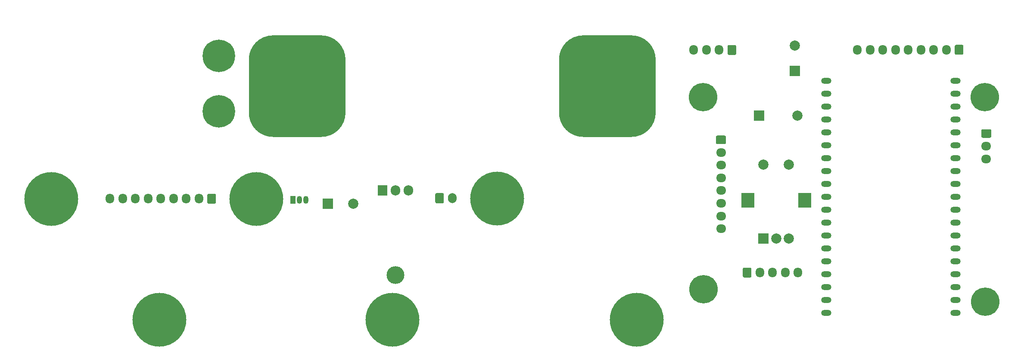
<source format=gbr>
%TF.GenerationSoftware,KiCad,Pcbnew,(5.1.9)-1*%
%TF.CreationDate,2021-02-04T15:38:24+01:00*%
%TF.ProjectId,Spotwelderix,53706f74-7765-46c6-9465-7269782e6b69,v01*%
%TF.SameCoordinates,Original*%
%TF.FileFunction,Soldermask,Bot*%
%TF.FilePolarity,Negative*%
%FSLAX46Y46*%
G04 Gerber Fmt 4.6, Leading zero omitted, Abs format (unit mm)*
G04 Created by KiCad (PCBNEW (5.1.9)-1) date 2021-02-04 15:38:24*
%MOMM*%
%LPD*%
G01*
G04 APERTURE LIST*
%ADD10O,1.700000X1.950000*%
%ADD11C,0.900000*%
%ADD12C,10.600000*%
%ADD13O,1.905000X2.000000*%
%ADD14R,1.905000X2.000000*%
%ADD15O,3.500000X3.500000*%
%ADD16O,1.700000X2.000000*%
%ADD17C,2.000000*%
%ADD18R,2.000000X2.000000*%
%ADD19C,0.800000*%
%ADD20C,6.400000*%
%ADD21O,1.050000X1.500000*%
%ADD22R,1.050000X1.500000*%
%ADD23R,2.500000X3.000000*%
%ADD24O,2.000000X1.200000*%
%ADD25O,1.950000X1.700000*%
%ADD26C,5.600000*%
%ADD27C,3.600000*%
G04 APERTURE END LIST*
D10*
%TO.C,P1*%
X95400000Y-99200000D03*
X97900000Y-99200000D03*
X100400000Y-99200000D03*
X102900000Y-99200000D03*
X105400000Y-99200000D03*
X107900000Y-99200000D03*
X110400000Y-99200000D03*
X112900000Y-99200000D03*
G36*
G01*
X116250000Y-98475000D02*
X116250000Y-99925000D01*
G75*
G02*
X116000000Y-100175000I-250000J0D01*
G01*
X114800000Y-100175000D01*
G75*
G02*
X114550000Y-99925000I0J250000D01*
G01*
X114550000Y-98475000D01*
G75*
G02*
X114800000Y-98225000I250000J0D01*
G01*
X116000000Y-98225000D01*
G75*
G02*
X116250000Y-98475000I0J-250000D01*
G01*
G37*
%TD*%
D11*
%TO.C,H6*%
X174310749Y-96389251D03*
X171500000Y-95225000D03*
X168689251Y-96389251D03*
X167525000Y-99200000D03*
X168689251Y-102010749D03*
X171500000Y-103175000D03*
X174310749Y-102010749D03*
X175475000Y-99200000D03*
D12*
X171500000Y-99200000D03*
%TD*%
D13*
%TO.C,Q10*%
X154080000Y-97600000D03*
X151540000Y-97600000D03*
D14*
X149000000Y-97600000D03*
D15*
X151540000Y-114260000D03*
%TD*%
D16*
%TO.C,J1*%
X162700000Y-99100000D03*
G36*
G01*
X159350000Y-99850000D02*
X159350000Y-98350000D01*
G75*
G02*
X159600000Y-98100000I250000J0D01*
G01*
X160800000Y-98100000D01*
G75*
G02*
X161050000Y-98350000I0J-250000D01*
G01*
X161050000Y-99850000D01*
G75*
G02*
X160800000Y-100100000I-250000J0D01*
G01*
X159600000Y-100100000D01*
G75*
G02*
X159350000Y-99850000I0J250000D01*
G01*
G37*
%TD*%
D17*
%TO.C,C14*%
X143200000Y-100200000D03*
D18*
X138200000Y-100200000D03*
%TD*%
D19*
%TO.C,H7*%
X118537056Y-80322944D03*
X116840000Y-79620000D03*
X115142944Y-80322944D03*
X114440000Y-82020000D03*
X115142944Y-83717056D03*
X116840000Y-84420000D03*
X118537056Y-83717056D03*
X119240000Y-82020000D03*
D20*
X116840000Y-82020000D03*
%TD*%
D19*
%TO.C,H2*%
X118537056Y-69322944D03*
X116840000Y-68620000D03*
X115142944Y-69322944D03*
X114440000Y-71020000D03*
X115142944Y-72717056D03*
X116840000Y-73420000D03*
X118537056Y-72717056D03*
X119240000Y-71020000D03*
D20*
X116840000Y-71020000D03*
%TD*%
D11*
%TO.C,H5*%
X126980749Y-96459251D03*
X124170000Y-95295000D03*
X121359251Y-96459251D03*
X120195000Y-99270000D03*
X121359251Y-102080749D03*
X124170000Y-103245000D03*
X126980749Y-102080749D03*
X128145000Y-99270000D03*
D12*
X124170000Y-99270000D03*
%TD*%
D11*
%TO.C,H4*%
X86710749Y-96459251D03*
X83900000Y-95295000D03*
X81089251Y-96459251D03*
X79925000Y-99270000D03*
X81089251Y-102080749D03*
X83900000Y-103245000D03*
X86710749Y-102080749D03*
X87875000Y-99270000D03*
D12*
X83900000Y-99270000D03*
%TD*%
D11*
%TO.C,H3*%
X153730749Y-120209251D03*
X150920000Y-119045000D03*
X148109251Y-120209251D03*
X146945000Y-123020000D03*
X148109251Y-125830749D03*
X150920000Y-126995000D03*
X153730749Y-125830749D03*
X154895000Y-123020000D03*
D12*
X150920000Y-123020000D03*
%TD*%
D11*
%TO.C,H1*%
X107980749Y-120209251D03*
X105170000Y-119045000D03*
X102359251Y-120209251D03*
X101195000Y-123020000D03*
X102359251Y-125830749D03*
X105170000Y-126995000D03*
X107980749Y-125830749D03*
X109145000Y-123020000D03*
D12*
X105170000Y-123020000D03*
%TD*%
%TO.C,F1*%
G36*
G01*
X202675000Y-71767500D02*
X202675000Y-82272500D01*
G75*
G02*
X197922500Y-87025000I-4752500J0D01*
G01*
X188417500Y-87025000D01*
G75*
G02*
X183665000Y-82272500I0J4752500D01*
G01*
X183665000Y-71767500D01*
G75*
G02*
X188417500Y-67015000I4752500J0D01*
G01*
X197922500Y-67015000D01*
G75*
G02*
X202675000Y-71767500I0J-4752500D01*
G01*
G37*
G36*
G01*
X141715000Y-71767500D02*
X141715000Y-82272500D01*
G75*
G02*
X136962500Y-87025000I-4752500J0D01*
G01*
X127457500Y-87025000D01*
G75*
G02*
X122705000Y-82272500I0J4752500D01*
G01*
X122705000Y-71767500D01*
G75*
G02*
X127457500Y-67015000I4752500J0D01*
G01*
X136962500Y-67015000D01*
G75*
G02*
X141715000Y-71767500I0J-4752500D01*
G01*
G37*
%TD*%
D11*
%TO.C,J4*%
X201730749Y-120209251D03*
X198920000Y-119045000D03*
X196109251Y-120209251D03*
X194945000Y-123020000D03*
X196109251Y-125830749D03*
X198920000Y-126995000D03*
X201730749Y-125830749D03*
X202895000Y-123020000D03*
D12*
X198920000Y-123020000D03*
%TD*%
D21*
%TO.C,U1*%
X132670000Y-99400000D03*
X133940000Y-99400000D03*
D22*
X131400000Y-99400000D03*
%TD*%
D18*
%TO.C,ENC1*%
X223850000Y-107000000D03*
D17*
X226350000Y-107000000D03*
X228850000Y-107000000D03*
D23*
X220750000Y-99500000D03*
X231950000Y-99500000D03*
D17*
X223850000Y-92500000D03*
X228850000Y-92500000D03*
%TD*%
D24*
%TO.C,U1*%
X261600000Y-75940000D03*
X236200000Y-75940000D03*
X261600000Y-78480000D03*
X236200000Y-78480000D03*
X261600000Y-81020000D03*
X236200000Y-81020000D03*
X261600000Y-83560000D03*
X236200000Y-83560000D03*
X261600000Y-86100000D03*
X236200000Y-86100000D03*
X261600000Y-88640000D03*
X236200000Y-88640000D03*
X261600000Y-91180000D03*
X236200000Y-91180000D03*
X261600000Y-93720000D03*
X236200000Y-93720000D03*
X261600000Y-96260000D03*
X236200000Y-96260000D03*
X261600000Y-98800000D03*
X236200000Y-98800000D03*
X261600000Y-101340000D03*
X236200000Y-101340000D03*
X261600000Y-103880000D03*
X236200000Y-103880000D03*
X261600000Y-106420000D03*
X236200000Y-106420000D03*
X261600000Y-108960000D03*
X236200000Y-108960000D03*
X261600000Y-111500000D03*
X236200000Y-111500000D03*
X261600000Y-114040000D03*
X236200000Y-114040000D03*
X261600000Y-116580000D03*
X236200000Y-116580000D03*
X261600000Y-119120000D03*
X236200000Y-119120000D03*
X261600000Y-121660000D03*
X236200000Y-121660000D03*
%TD*%
D25*
%TO.C,P1*%
X215500000Y-105100000D03*
X215500000Y-102600000D03*
X215500000Y-100100000D03*
X215500000Y-97600000D03*
X215500000Y-95100000D03*
X215500000Y-92600000D03*
X215500000Y-90100000D03*
G36*
G01*
X214775000Y-86750000D02*
X216225000Y-86750000D01*
G75*
G02*
X216475000Y-87000000I0J-250000D01*
G01*
X216475000Y-88200000D01*
G75*
G02*
X216225000Y-88450000I-250000J0D01*
G01*
X214775000Y-88450000D01*
G75*
G02*
X214525000Y-88200000I0J250000D01*
G01*
X214525000Y-87000000D01*
G75*
G02*
X214775000Y-86750000I250000J0D01*
G01*
G37*
%TD*%
D10*
%TO.C,P2*%
X242300000Y-69850000D03*
X244800000Y-69850000D03*
X247300000Y-69850000D03*
X249800000Y-69850000D03*
X252300000Y-69850000D03*
X254800000Y-69850000D03*
X257300000Y-69850000D03*
X259800000Y-69850000D03*
G36*
G01*
X263150000Y-69125000D02*
X263150000Y-70575000D01*
G75*
G02*
X262900000Y-70825000I-250000J0D01*
G01*
X261700000Y-70825000D01*
G75*
G02*
X261450000Y-70575000I0J250000D01*
G01*
X261450000Y-69125000D01*
G75*
G02*
X261700000Y-68875000I250000J0D01*
G01*
X262900000Y-68875000D01*
G75*
G02*
X263150000Y-69125000I0J-250000D01*
G01*
G37*
%TD*%
%TO.C,J3*%
X210150000Y-69900000D03*
X212650000Y-69900000D03*
X215150000Y-69900000D03*
G36*
G01*
X218500000Y-69175000D02*
X218500000Y-70625000D01*
G75*
G02*
X218250000Y-70875000I-250000J0D01*
G01*
X217050000Y-70875000D01*
G75*
G02*
X216800000Y-70625000I0J250000D01*
G01*
X216800000Y-69175000D01*
G75*
G02*
X217050000Y-68925000I250000J0D01*
G01*
X218250000Y-68925000D01*
G75*
G02*
X218500000Y-69175000I0J-250000D01*
G01*
G37*
%TD*%
%TO.C,J1*%
X230650000Y-113750000D03*
X228150000Y-113750000D03*
X225650000Y-113750000D03*
X223150000Y-113750000D03*
G36*
G01*
X219800000Y-114475000D02*
X219800000Y-113025000D01*
G75*
G02*
X220050000Y-112775000I250000J0D01*
G01*
X221250000Y-112775000D01*
G75*
G02*
X221500000Y-113025000I0J-250000D01*
G01*
X221500000Y-114475000D01*
G75*
G02*
X221250000Y-114725000I-250000J0D01*
G01*
X220050000Y-114725000D01*
G75*
G02*
X219800000Y-114475000I0J250000D01*
G01*
G37*
%TD*%
D25*
%TO.C,J2*%
X267650000Y-91350000D03*
X267650000Y-88850000D03*
G36*
G01*
X266925000Y-85500000D02*
X268375000Y-85500000D01*
G75*
G02*
X268625000Y-85750000I0J-250000D01*
G01*
X268625000Y-86950000D01*
G75*
G02*
X268375000Y-87200000I-250000J0D01*
G01*
X266925000Y-87200000D01*
G75*
G02*
X266675000Y-86950000I0J250000D01*
G01*
X266675000Y-85750000D01*
G75*
G02*
X266925000Y-85500000I250000J0D01*
G01*
G37*
%TD*%
D17*
%TO.C,BZ1*%
X230550000Y-82800000D03*
D18*
X222950000Y-82800000D03*
%TD*%
D17*
%TO.C,C4*%
X230050000Y-69050000D03*
D18*
X230050000Y-74050000D03*
%TD*%
D26*
%TO.C,H3*%
X267450000Y-119500000D03*
D27*
X267450000Y-119500000D03*
%TD*%
D26*
%TO.C,H1*%
X212100000Y-117000000D03*
D27*
X212100000Y-117000000D03*
%TD*%
D26*
%TO.C,H4*%
X211950000Y-79150000D03*
D27*
X211950000Y-79150000D03*
%TD*%
D26*
%TO.C,H2*%
X267350000Y-79150000D03*
D27*
X267350000Y-79150000D03*
%TD*%
M02*

</source>
